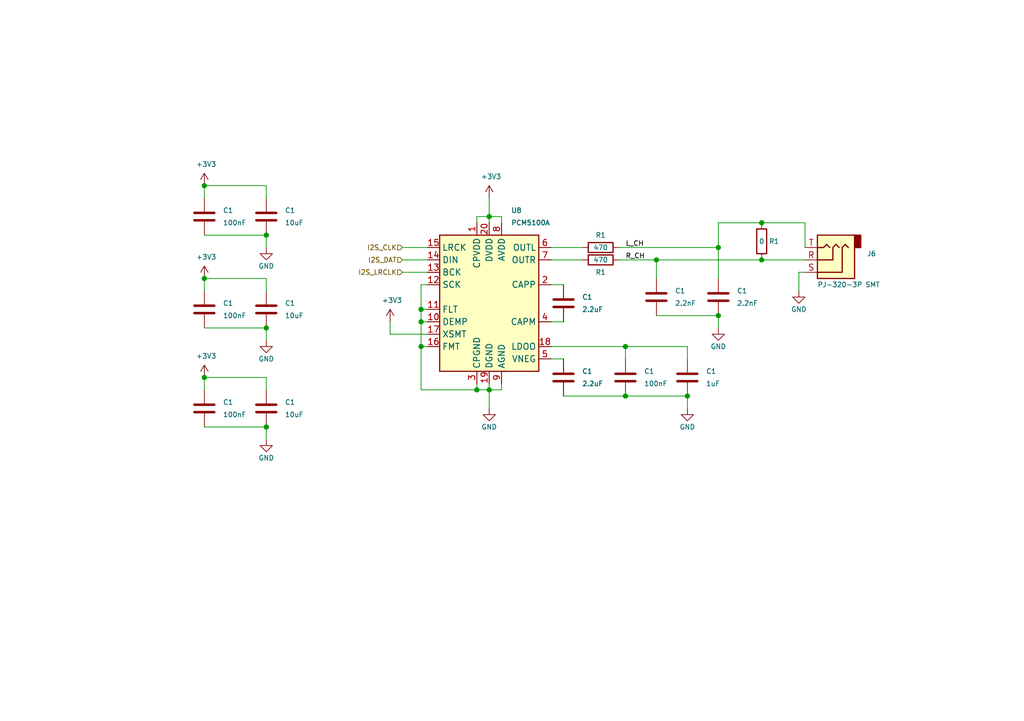
<source format=kicad_sch>
(kicad_sch (version 20230121) (generator eeschema)
  (paper "A5")
  (title_block (title "Dedicated HW for picoX7") (date "2025-02-04") (rev "0.1.0a") (company "https://github.com/GeorgeRudolf/picoX7"))
  (lib_symbols
    (symbol "Audio:PCM5100A"
      (property "Reference" "U" (at -10.16 13.97 0))
      (property "Value" "PCM5100A" (at 3.81 13.97 0))
      (symbol "PCM5100A_0_1"
        (rectangle (start -10.16 12.7) (end 10.16 -15.24) (stroke (width 0.254)) (fill (type background)))
      )
      (symbol "PCM5100A_1_1"
        (pin passive line (at -2.54 15.24 270) (length 2.54) (name "CPVDD") (number "1"))
        (pin input line (at -12.7 -5.08 0) (length 2.54) (name "DEMP") (number "10"))
        (pin input line (at -12.7 -2.54 0) (length 2.54) (name "FLT") (number "11"))
        (pin input line (at -12.7 2.54 0) (length 2.54) (name "SCK") (number "12"))
        (pin input line (at -12.7 5.08 0) (length 2.54) (name "BCK") (number "13"))
        (pin input line (at -12.7 7.62 0) (length 2.54) (name "DIN") (number "14"))
        (pin input line (at -12.7 10.16 0) (length 2.54) (name "LRCK") (number "15"))
        (pin input line (at -12.7 -10.16 0) (length 2.54) (name "FMT") (number "16"))
        (pin input line (at -12.7 -7.62 0) (length 2.54) (name "XSMT") (number "17"))
        (pin passive line (at 12.7 -10.16 180) (length 2.54) (name "LDOO") (number "18"))
        (pin power_in line (at 0 -17.78 90) (length 2.54) (name "DGND") (number "19"))
        (pin passive line (at 12.7 2.54 180) (length 2.54) (name "CAPP") (number "2"))
        (pin power_in line (at 0 15.24 270) (length 2.54) (name "DVDD") (number "20"))
        (pin power_in line (at -2.54 -17.78 90) (length 2.54) (name "CPGND") (number "3"))
        (pin passive line (at 12.7 -5.08 180) (length 2.54) (name "CAPM") (number "4"))
        (pin passive line (at 12.7 -12.7 180) (length 2.54) (name "VNEG") (number "5"))
        (pin output line (at 12.7 10.16 180) (length 2.54) (name "OUTL") (number "6"))
        (pin output line (at 12.7 7.62 180) (length 2.54) (name "OUTR") (number "7"))
        (pin power_in line (at 2.54 15.24 270) (length 2.54) (name "AVDD") (number "8"))
        (pin power_in line (at 2.54 -17.78 90) (length 2.54) (name "AGND") (number "9"))
      )
    )
    (symbol "Connector_Audio:AudioJack3"
      (property "Reference" "J" (at 0 8.89 0))
      (property "Value" "AudioJack3" (at 0 6.35 0))
      (symbol "AudioJack3_0_1"
        (rectangle (start -5.08 -5.08) (end -6.35 -2.54) (stroke (width 0.254)) (fill (type outline)))
        (polyline (pts (xy 0 -2.54) (xy 0.635 -3.175) (xy 1.27 -2.54) (xy 2.54 -2.54)) (stroke (width 0.254)))
        (polyline (pts (xy -1.905 -2.54) (xy -1.27 -3.175) (xy -0.635 -2.54) (xy -0.635 0) (xy 2.54 0)) (stroke (width 0.254)))
        (polyline (pts (xy 2.54 2.54) (xy -2.54 2.54) (xy -2.54 -2.54) (xy -3.175 -3.175) (xy -3.81 -2.54)) (stroke (width 0.254)))
        (rectangle (start 2.54 3.81) (end -5.08 -5.08) (stroke (width 0.254)) (fill (type background)))
      )
      (symbol "AudioJack3_1_1"
        (pin passive line (at 5.08 0 180) (length 2.54) (name "~") (number "R"))
        (pin passive line (at 5.08 2.54 180) (length 2.54) (name "~") (number "S"))
        (pin passive line (at 5.08 -2.54 180) (length 2.54) (name "~") (number "T"))
      )
    )
    (symbol "Device:C" (pin_numbers hide) (pin_names (offset 0.254))
      (property "Reference" "C" (at 0.635 2.54 0))
      (property "Value" "C" (at 0.635 -2.54 0))
      (symbol "C_0_1"
        (polyline (pts (xy -2.032 -0.762) (xy 2.032 -0.762)) (stroke (width 0.508)))
        (polyline (pts (xy -2.032 0.762) (xy 2.032 0.762)) (stroke (width 0.508)))
      )
      (symbol "C_1_1"
        (pin passive line (at 0 3.81 270) (length 2.794) (name "~") (number "1"))
        (pin passive line (at 0 -3.81 90) (length 2.794) (name "~") (number "2"))
      )
    )
    (symbol "Device:R" (pin_numbers hide) (pin_names (offset 0))
      (property "Reference" "R" (at 2.032 0 90))
      (property "Value" "R" (at 0 0 90))
      (symbol "R_0_1"
        (rectangle (start -1.016 -2.54) (end 1.016 2.54) (stroke (width 0.254)))
      )
      (symbol "R_1_1"
        (pin passive line (at 0 3.81 270) (length 1.27) (name "~") (number "1"))
        (pin passive line (at 0 -3.81 90) (length 1.27) (name "~") (number "2"))
      )
    )
    (symbol "power:+3V3" (power) (pin_names (offset 0))
      (property "Value" "+3V3" (at 0 3.556 0))
      (symbol "+3V3_0_1"
        (polyline (pts (xy -0.762 1.27) (xy 0 2.54)))
        (polyline (pts (xy 0 0) (xy 0 2.54)))
        (polyline (pts (xy 0 2.54) (xy 0.762 1.27)))
      )
      (symbol "+3V3_1_1"
        (pin power_in line (at 0 0 90) (length 0) hide (name "+3V3") (number "1"))
      )
    )
    (symbol "power:GND" (power) (pin_names (offset 0))
      (property "Value" "GND" (at 0 -3.81 0))
      (symbol "GND_0_1"
        (polyline (pts (xy 0 0) (xy 0 -1.27) (xy 1.27 -1.27) (xy 0 -2.54) (xy -1.27 -1.27) (xy 0 -1.27)))
      )
      (symbol "GND_1_1"
        (pin power_in line (at 0 0 270) (length 0) hide (name "GND") (number "1"))
      )
    )
  )
  (junction (at 147.32 64.77))
  (junction (at 41.91 57.15))
  (junction (at 128.27 81.28))
  (junction (at 54.61 67.31))
  (junction (at 134.62 53.34))
  (junction (at 128.27 71.12))
  (junction (at 41.91 38.1))
  (junction (at 156.21 53.34))
  (junction (at 41.91 77.47))
  (junction (at 54.61 48.26))
  (junction (at 140.97 81.28))
  (junction (at 86.36 71.12))
  (junction (at 156.21 45.72))
  (junction (at 86.36 63.5))
  (junction (at 100.33 80.01))
  (junction (at 86.36 66.04))
  (junction (at 147.32 50.8))
  (junction (at 100.33 44.45))
  (junction (at 97.79 80.01))
  (junction (at 54.61 87.63))
  (wire (pts (xy 102.87 44.45) (xy 100.33 44.45)))
  (wire (pts (xy 128.27 81.28) (xy 140.97 81.28)))
  (wire (pts (xy 128.27 73.66) (xy 128.27 71.12)))
  (wire (pts (xy 156.21 45.72) (xy 165.1 45.72)))
  (wire (pts (xy 86.36 66.04) (xy 87.63 66.04)))
  (wire (pts (xy 41.91 40.64) (xy 41.91 38.1)))
  (wire (pts (xy 100.33 44.45) (xy 100.33 40.64)))
  (wire (pts (xy 113.03 50.8) (xy 119.38 50.8)))
  (wire (pts (xy 54.61 77.47) (xy 54.61 80.01)))
  (wire (pts (xy 102.87 80.01) (xy 100.33 80.01)))
  (wire (pts (xy 113.03 53.34) (xy 119.38 53.34)))
  (wire (pts (xy 54.61 38.1) (xy 54.61 40.64)))
  (wire (pts (xy 86.36 71.12) (xy 87.63 71.12)))
  (wire (pts (xy 86.36 63.5) (xy 86.36 66.04)))
  (wire (pts (xy 97.79 80.01) (xy 100.33 80.01)))
  (wire (pts (xy 102.87 80.01) (xy 102.87 78.74)))
  (wire (pts (xy 113.03 71.12) (xy 128.27 71.12)))
  (wire (pts (xy 156.21 45.72) (xy 147.32 45.72)))
  (wire (pts (xy 87.63 58.42) (xy 86.36 58.42)))
  (wire (pts (xy 147.32 50.8) (xy 147.32 57.15)))
  (wire (pts (xy 134.62 53.34) (xy 134.62 57.15)))
  (wire (pts (xy 54.61 67.31) (xy 54.61 69.85)))
  (wire (pts (xy 41.91 87.63) (xy 54.61 87.63)))
  (wire (pts (xy 97.79 78.74) (xy 97.79 80.01)))
  (wire (pts (xy 86.36 63.5) (xy 87.63 63.5)))
  (wire (pts (xy 134.62 53.34) (xy 156.21 53.34)))
  (wire (pts (xy 80.01 68.58) (xy 80.01 66.04)))
  (wire (pts (xy 113.03 66.04) (xy 115.57 66.04)))
  (wire (pts (xy 140.97 71.12) (xy 140.97 73.66)))
  (wire (pts (xy 54.61 48.26) (xy 54.61 50.8)))
  (wire (pts (xy 86.36 71.12) (xy 86.36 80.01)))
  (wire (pts (xy 41.91 80.01) (xy 41.91 77.47)))
  (wire (pts (xy 115.57 81.28) (xy 128.27 81.28)))
  (wire (pts (xy 41.91 38.1) (xy 54.61 38.1)))
  (wire (pts (xy 86.36 58.42) (xy 86.36 63.5)))
  (wire (pts (xy 54.61 87.63) (xy 54.61 90.17)))
  (wire (pts (xy 100.33 80.01) (xy 100.33 83.82)))
  (wire (pts (xy 163.83 55.88) (xy 163.83 59.69)))
  (wire (pts (xy 113.03 73.66) (xy 115.57 73.66)))
  (wire (pts (xy 41.91 67.31) (xy 54.61 67.31)))
  (wire (pts (xy 41.91 57.15) (xy 54.61 57.15)))
  (wire (pts (xy 102.87 45.72) (xy 102.87 44.45)))
  (wire (pts (xy 128.27 71.12) (xy 140.97 71.12)))
  (wire (pts (xy 140.97 81.28) (xy 140.97 83.82)))
  (wire (pts (xy 165.1 55.88) (xy 163.83 55.88)))
  (wire (pts (xy 82.55 53.34) (xy 87.63 53.34)))
  (wire (pts (xy 156.21 53.34) (xy 165.1 53.34)))
  (wire (pts (xy 82.55 55.88) (xy 87.63 55.88)))
  (wire (pts (xy 41.91 59.69) (xy 41.91 57.15)))
  (wire (pts (xy 113.03 58.42) (xy 115.57 58.42)))
  (wire (pts (xy 127 50.8) (xy 147.32 50.8)))
  (wire (pts (xy 54.61 57.15) (xy 54.61 59.69)))
  (wire (pts (xy 41.91 77.47) (xy 54.61 77.47)))
  (wire (pts (xy 127 53.34) (xy 134.62 53.34)))
  (wire (pts (xy 165.1 45.72) (xy 165.1 50.8)))
  (wire (pts (xy 100.33 45.72) (xy 100.33 44.45)))
  (wire (pts (xy 82.55 50.8) (xy 87.63 50.8)))
  (wire (pts (xy 97.79 44.45) (xy 100.33 44.45)))
  (wire (pts (xy 41.91 48.26) (xy 54.61 48.26)))
  (wire (pts (xy 86.36 80.01) (xy 97.79 80.01)))
  (wire (pts (xy 86.36 66.04) (xy 86.36 71.12)))
  (wire (pts (xy 134.62 64.77) (xy 147.32 64.77)))
  (wire (pts (xy 97.79 45.72) (xy 97.79 44.45)))
  (wire (pts (xy 87.63 68.58) (xy 80.01 68.58)))
  (wire (pts (xy 100.33 78.74) (xy 100.33 80.01)))
  (wire (pts (xy 147.32 45.72) (xy 147.32 50.8)))
  (wire (pts (xy 147.32 64.77) (xy 147.32 67.31)))
  (label "L_CH" (at 128.27 50.8 0) (effects (font (size 1 1))))
  (label "R_CH" (at 128.27 53.34 0) (effects (font (size 1 1))))
  (hierarchical_label "I2S_CLK" (shape input) (at 82.55 50.8 180) (effects (font (size 1 1))))
  (hierarchical_label "I2S_LRCLK" (shape input) (at 82.55 55.88 180) (effects (font (size 1 1))))
  (hierarchical_label "I2S_DAT" (shape input) (at 82.55 53.34 180) (effects (font (size 1 1))))
  (symbol (lib_id "Device:C") (at 128.27 77.47 0) (unit 1)
    (property "Reference" "C1" (at 132.08 76.2 0) (effects (font (size 1 1)) (justify left)))
    (property "Value" "100nF" (at 132.08 78.74 0) (effects (font (size 1 1)) (justify left)))
    (property "Footprint" "Capacitor_SMD:C_0402_1005Metric" (effects hide))
    (property "LCSC" "C307331" (effects hide))
    (property "LCSC Part #" "C307331" (effects hide))
    (instances (project "picoX7" (path "" (reference "C1") (unit 1)) (path "" (reference "C35") (unit 1))))
  )
  (symbol (lib_id "power:GND") (at 140.97 83.82 0) (unit 1)
    (property "Reference" "#PWR?" (effects hide))
    (property "Value" "GND" (at 140.97 87.63 0) (effects (font (size 1 1))))
    (instances (project "ZuluSCSI-Pico-OSHW" (path "" (reference "#PWR?") (unit 1))) (project "gbscsi2" (path "" (reference "#PWR095") (unit 1))) (project "picoX7" (path "" (reference "#PWR031") (unit 1)) (path "" (reference "#PWR068") (unit 1))) (project "power" (path "" (reference "#PWR?") (unit 1))))
  )
  (symbol (lib_id "Device:C") (at 54.61 44.45 0) (unit 1)
    (property "Reference" "C1" (at 58.42 43.18 0) (effects (font (size 1 1)) (justify left)))
    (property "Value" "10uF" (at 58.42 45.72 0) (effects (font (size 1 1)) (justify left)))
    (property "Footprint" "Capacitor_SMD:C_0603_1608Metric" (effects hide))
    (property "LCSC" "C96446" (effects hide))
    (property "LCSC Part #" "C96446" (effects hide))
    (instances (project "picoX7" (path "" (reference "C1") (unit 1)) (path "" (reference "C30") (unit 1))))
  )
  (symbol (lib_id "power:GND") (at 100.33 83.82 0) (unit 1)
    (property "Reference" "#PWR?" (effects hide))
    (property "Value" "GND" (at 100.33 87.63 0) (effects (font (size 1 1))))
    (instances (project "ZuluSCSI-Pico-OSHW" (path "" (reference "#PWR?") (unit 1))) (project "gbscsi2" (path "" (reference "#PWR095") (unit 1))) (project "picoX7" (path "" (reference "#PWR031") (unit 1)) (path "" (reference "#PWR067") (unit 1))) (project "power" (path "" (reference "#PWR?") (unit 1))))
  )
  (symbol (lib_id "Device:R") (at 123.19 53.34 90) (mirror x) (unit 1)
    (property "Reference" "R1" (at 123.19 55.88 90) (effects (font (size 1 1))))
    (property "Value" "470" (at 123.19 53.34 90) (effects (font (size 1 1))))
    (property "Footprint" "Resistor_SMD:R_0402_1005Metric" (effects hide))
    (property "LCSC" "C25117" (effects hide))
    (property "LCSC Part #" "C25117" (effects hide))
    (instances (project "RP2040_minimal" (path "" (reference "R1") (unit 1))) (project "gbscsi2" (path "" (reference "R53") (unit 1))) (project "picoX7" (path "" (reference "R31") (unit 1)) (path "" (reference "R11") (unit 1))))
  )
  (symbol (lib_id "Connector_Audio:AudioJack3") (at 170.18 53.34 180) (unit 1)
    (property "Reference" "J6" (at 177.8 52.07 0) (effects (font (size 1 1)) (justify right)))
    (property "Value" "PJ-320-3P SMT" (at 167.64 58.42 0) (effects (font (size 1 1)) (justify right)))
    (property "Footprint" "picoX7:PJ-320" (effects hide))
    (property "LCSC" "C17701688" (effects hide))
    (property "LCSC Part #" "C17701688" (effects hide))
    (instances (project "picoX7" (path "" (reference "J6") (unit 1)) (path "" (reference "J5") (unit 1))))
  )
  (symbol (lib_id "Device:C") (at 41.91 63.5 0) (unit 1)
    (property "Reference" "C1" (at 45.72 62.23 0) (effects (font (size 1 1)) (justify left)))
    (property "Value" "100nF" (at 45.72 64.77 0) (effects (font (size 1 1)) (justify left)))
    (property "Footprint" "Capacitor_SMD:C_0402_1005Metric" (effects hide))
    (property "LCSC" "C307331" (effects hide))
    (property "LCSC Part #" "C307331" (effects hide))
    (instances (project "picoX7" (path "" (reference "C1") (unit 1)) (path "" (reference "C28") (unit 1))))
  )
  (symbol (lib_id "Device:C") (at 41.91 83.82 0) (unit 1)
    (property "Reference" "C1" (at 45.72 82.55 0) (effects (font (size 1 1)) (justify left)))
    (property "Value" "100nF" (at 45.72 85.09 0) (effects (font (size 1 1)) (justify left)))
    (property "Footprint" "Capacitor_SMD:C_0402_1005Metric" (effects hide))
    (property "LCSC" "C307331" (effects hide))
    (property "LCSC Part #" "C307331" (effects hide))
    (instances (project "picoX7" (path "" (reference "C1") (unit 1)) (path "" (reference "C29") (unit 1))))
  )
  (symbol (lib_id "Device:R") (at 156.21 49.53 0) (mirror x) (unit 1)
    (property "Reference" "R1" (at 158.75 49.53 0) (effects (font (size 1 1))))
    (property "Value" "0" (at 156.21 49.53 0) (effects (font (size 1 1))))
    (property "Footprint" "Resistor_SMD:R_0402_1005Metric" (effects hide))
    (property "LCSC" "C21376" (effects hide))
    (property "LCSC Part #" "C21376" (effects hide))
    (instances (project "RP2040_minimal" (path "" (reference "R1") (unit 1))) (project "gbscsi2" (path "" (reference "R53") (unit 1))) (project "picoX7" (path "" (reference "R31") (unit 1)) (path "" (reference "R12") (unit 1))))
  )
  (symbol (lib_id "power:+3V3") (at 41.91 38.1 0) (unit 1)
    (property "Reference" "#PWR097" (effects hide))
    (property "Value" "+3V3" (at 42.291 33.7058 0) (effects (font (size 1 1))))
    (instances (project "gbscsi2" (path "" (reference "#PWR097") (unit 1))) (project "picoX7" (path "" (reference "#PWR026") (unit 1)) (path "" (reference "#PWR059") (unit 1))) (project "RP2350_60QFN_minimal" (path "" (reference "#PWR0106") (unit 1))))
  )
  (symbol (lib_id "Device:C") (at 41.91 44.45 0) (unit 1)
    (property "Reference" "C1" (at 45.72 43.18 0) (effects (font (size 1 1)) (justify left)))
    (property "Value" "100nF" (at 45.72 45.72 0) (effects (font (size 1 1)) (justify left)))
    (property "Footprint" "Capacitor_SMD:C_0402_1005Metric" (effects hide))
    (property "LCSC" "C307331" (effects hide))
    (property "LCSC Part #" "C307331" (effects hide))
    (instances (project "picoX7" (path "" (reference "C1") (unit 1)) (path "" (reference "C27") (unit 1))))
  )
  (symbol (lib_id "power:+3V3") (at 41.91 57.15 0) (unit 1)
    (property "Reference" "#PWR097" (effects hide))
    (property "Value" "+3V3" (at 42.291 52.7558 0) (effects (font (size 1 1))))
    (instances (project "gbscsi2" (path "" (reference "#PWR097") (unit 1))) (project "picoX7" (path "" (reference "#PWR026") (unit 1)) (path "" (reference "#PWR060") (unit 1))) (project "RP2350_60QFN_minimal" (path "" (reference "#PWR0106") (unit 1))))
  )
  (symbol (lib_id "power:+3V3") (at 41.91 77.47 0) (unit 1)
    (property "Reference" "#PWR097" (effects hide))
    (property "Value" "+3V3" (at 42.291 73.0758 0) (effects (font (size 1 1))))
    (instances (project "gbscsi2" (path "" (reference "#PWR097") (unit 1))) (project "picoX7" (path "" (reference "#PWR026") (unit 1)) (path "" (reference "#PWR061") (unit 1))) (project "RP2350_60QFN_minimal" (path "" (reference "#PWR0106") (unit 1))))
  )
  (symbol (lib_id "power:+3V3") (at 80.01 66.04 0) (unit 1)
    (property "Reference" "#PWR097" (effects hide))
    (property "Value" "+3V3" (at 80.391 61.6458 0) (effects (font (size 1 1))))
    (instances (project "gbscsi2" (path "" (reference "#PWR097") (unit 1))) (project "picoX7" (path "" (reference "#PWR026") (unit 1)) (path "" (reference "#PWR065") (unit 1))) (project "RP2350_60QFN_minimal" (path "" (reference "#PWR0106") (unit 1))))
  )
  (symbol (lib_id "Device:C") (at 147.32 60.96 0) (unit 1)
    (property "Reference" "C1" (at 151.13 59.69 0) (effects (font (size 1 1)) (justify left)))
    (property "Value" "2.2nF" (at 151.13 62.23 0) (effects (font (size 1 1)) (justify left)))
    (property "Footprint" "Capacitor_SMD:C_0402_1005Metric" (effects hide))
    (property "LCSC" "C1531" (effects hide))
    (property "LCSC Part #" "C1531" (effects hide))
    (instances (project "picoX7" (path "" (reference "C1") (unit 1)) (path "" (reference "C38") (unit 1))))
  )
  (symbol (lib_id "Device:R") (at 123.19 50.8 90) (mirror x) (unit 1)
    (property "Reference" "R1" (at 123.19 48.26 90) (effects (font (size 1 1))))
    (property "Value" "470" (at 123.19 50.8 90) (effects (font (size 1 1))))
    (property "Footprint" "Resistor_SMD:R_0402_1005Metric" (effects hide))
    (property "LCSC" "C25117" (effects hide))
    (property "LCSC Part #" "C25117" (effects hide))
    (instances (project "RP2040_minimal" (path "" (reference "R1") (unit 1))) (project "gbscsi2" (path "" (reference "R53") (unit 1))) (project "picoX7" (path "" (reference "R31") (unit 1)) (path "" (reference "R10") (unit 1))))
  )
  (symbol (lib_id "power:+3V3") (at 100.33 40.64 0) (unit 1)
    (property "Reference" "#PWR097" (effects hide))
    (property "Value" "+3V3" (at 100.711 36.2458 0) (effects (font (size 1 1))))
    (instances (project "gbscsi2" (path "" (reference "#PWR097") (unit 1))) (project "picoX7" (path "" (reference "#PWR026") (unit 1)) (path "" (reference "#PWR066") (unit 1))) (project "RP2350_60QFN_minimal" (path "" (reference "#PWR0106") (unit 1))))
  )
  (symbol (lib_id "Device:C") (at 54.61 63.5 0) (unit 1)
    (property "Reference" "C1" (at 58.42 62.23 0) (effects (font (size 1 1)) (justify left)))
    (property "Value" "10uF" (at 58.42 64.77 0) (effects (font (size 1 1)) (justify left)))
    (property "Footprint" "Capacitor_SMD:C_0603_1608Metric" (effects hide))
    (property "LCSC" "C96446" (effects hide))
    (property "LCSC Part #" "C96446" (effects hide))
    (instances (project "picoX7" (path "" (reference "C1") (unit 1)) (path "" (reference "C31") (unit 1))))
  )
  (symbol (lib_id "power:GND") (at 54.61 90.17 0) (unit 1)
    (property "Reference" "#PWR?" (effects hide))
    (property "Value" "GND" (at 54.61 93.98 0) (effects (font (size 1 1))))
    (instances (project "ZuluSCSI-Pico-OSHW" (path "" (reference "#PWR?") (unit 1))) (project "gbscsi2" (path "" (reference "#PWR095") (unit 1))) (project "picoX7" (path "" (reference "#PWR031") (unit 1)) (path "" (reference "#PWR064") (unit 1))) (project "power" (path "" (reference "#PWR?") (unit 1))))
  )
  (symbol (lib_id "Device:C") (at 54.61 83.82 0) (unit 1)
    (property "Reference" "C1" (at 58.42 82.55 0) (effects (font (size 1 1)) (justify left)))
    (property "Value" "10uF" (at 58.42 85.09 0) (effects (font (size 1 1)) (justify left)))
    (property "Footprint" "Capacitor_SMD:C_0603_1608Metric" (effects hide))
    (property "LCSC" "C96446" (effects hide))
    (property "LCSC Part #" "C96446" (effects hide))
    (instances (project "picoX7" (path "" (reference "C1") (unit 1)) (path "" (reference "C32") (unit 1))))
  )
  (symbol (lib_id "Device:C") (at 140.97 77.47 0) (unit 1)
    (property "Reference" "C1" (at 144.78 76.2 0) (effects (font (size 1 1)) (justify left)))
    (property "Value" "1uF" (at 144.78 78.74 0) (effects (font (size 1 1)) (justify left)))
    (property "Footprint" "Capacitor_SMD:C_0402_1005Metric" (effects hide))
    (property "LCSC" "C52923" (effects hide))
    (property "LCSC Part #" "C52923" (effects hide))
    (instances (project "picoX7" (path "" (reference "C1") (unit 1)) (path "" (reference "C37") (unit 1))))
  )
  (symbol (lib_id "power:GND") (at 54.61 50.8 0) (unit 1)
    (property "Reference" "#PWR?" (effects hide))
    (property "Value" "GND" (at 54.61 54.61 0) (effects (font (size 1 1))))
    (instances (project "ZuluSCSI-Pico-OSHW" (path "" (reference "#PWR?") (unit 1))) (project "gbscsi2" (path "" (reference "#PWR095") (unit 1))) (project "picoX7" (path "" (reference "#PWR031") (unit 1)) (path "" (reference "#PWR062") (unit 1))) (project "power" (path "" (reference "#PWR?") (unit 1))))
  )
  (symbol (lib_id "Device:C") (at 115.57 77.47 0) (unit 1)
    (property "Reference" "C1" (at 119.38 76.2 0) (effects (font (size 1 1)) (justify left)))
    (property "Value" "2.2uF" (at 119.38 78.74 0) (effects (font (size 1 1)) (justify left)))
    (property "Footprint" "Capacitor_SMD:C_0603_1608Metric" (effects hide))
    (property "LCSC" "C23630" (effects hide))
    (property "LCSC Part #" "C23630" (effects hide))
    (instances (project "picoX7" (path "" (reference "C1") (unit 1)) (path "" (reference "C34") (unit 1))))
  )
  (symbol (lib_id "power:GND") (at 147.32 67.31 0) (unit 1)
    (property "Reference" "#PWR?" (effects hide))
    (property "Value" "GND" (at 147.32 71.12 0) (effects (font (size 1 1))))
    (instances (project "ZuluSCSI-Pico-OSHW" (path "" (reference "#PWR?") (unit 1))) (project "gbscsi2" (path "" (reference "#PWR095") (unit 1))) (project "picoX7" (path "" (reference "#PWR031") (unit 1)) (path "" (reference "#PWR069") (unit 1))) (project "power" (path "" (reference "#PWR?") (unit 1))))
  )
  (symbol (lib_id "Device:C") (at 134.62 60.96 0) (unit 1)
    (property "Reference" "C1" (at 138.43 59.69 0) (effects (font (size 1 1)) (justify left)))
    (property "Value" "2.2nF" (at 138.43 62.23 0) (effects (font (size 1 1)) (justify left)))
    (property "Footprint" "Capacitor_SMD:C_0402_1005Metric" (effects hide))
    (property "LCSC" "C1531" (effects hide))
    (property "LCSC Part #" "C1531" (effects hide))
    (instances (project "picoX7" (path "" (reference "C1") (unit 1)) (path "" (reference "C36") (unit 1))))
  )
  (symbol (lib_id "Audio:PCM5100A") (at 100.33 60.96 0) (unit 1)
    (property "Reference" "U8" (at 104.8259 43.18 0) (effects (font (size 1 1)) (justify left)))
    (property "Value" "PCM5100A" (at 104.8259 45.72 0) (effects (font (size 1 1)) (justify left)))
    (property "Footprint" "Package_SO:TSSOP-20_4.4x6.5mm_P0.65mm" (effects hide))
    (property "Datasheet" "https://www.ti.com/lit/ds/symlink/pcm5100a.pdf" (effects hide))
    (property "LCSC" "C131154" (effects hide))
    (property "LCSC Part #" "C131154" (effects hide))
  )
  (symbol (lib_id "power:GND") (at 54.61 69.85 0) (unit 1)
    (property "Reference" "#PWR?" (effects hide))
    (property "Value" "GND" (at 54.61 73.66 0) (effects (font (size 1 1))))
    (instances (project "ZuluSCSI-Pico-OSHW" (path "" (reference "#PWR?") (unit 1))) (project "gbscsi2" (path "" (reference "#PWR095") (unit 1))) (project "picoX7" (path "" (reference "#PWR031") (unit 1)) (path "" (reference "#PWR063") (unit 1))) (project "power" (path "" (reference "#PWR?") (unit 1))))
  )
  (symbol (lib_id "power:GND") (at 163.83 59.69 0) (unit 1)
    (property "Reference" "#PWR?" (effects hide))
    (property "Value" "GND" (at 163.83 63.5 0) (effects (font (size 1 1))))
    (instances (project "ZuluSCSI-Pico-OSHW" (path "" (reference "#PWR?") (unit 1))) (project "gbscsi2" (path "" (reference "#PWR095") (unit 1))) (project "picoX7" (path "" (reference "#PWR031") (unit 1)) (path "" (reference "#PWR070") (unit 1))) (project "power" (path "" (reference "#PWR?") (unit 1))))
  )
  (symbol (lib_id "Device:C") (at 115.57 62.23 0) (unit 1)
    (property "Reference" "C1" (at 119.38 60.96 0) (effects (font (size 1 1)) (justify left)))
    (property "Value" "2.2uF" (at 119.38 63.5 0) (effects (font (size 1 1)) (justify left)))
    (property "Footprint" "Capacitor_SMD:C_0603_1608Metric" (effects hide))
    (property "LCSC" "C23630" (effects hide))
    (property "LCSC Part #" "C23630" (effects hide))
    (instances (project "picoX7" (path "" (reference "C1") (unit 1)) (path "" (reference "C33") (unit 1))))
  )
)
</source>
